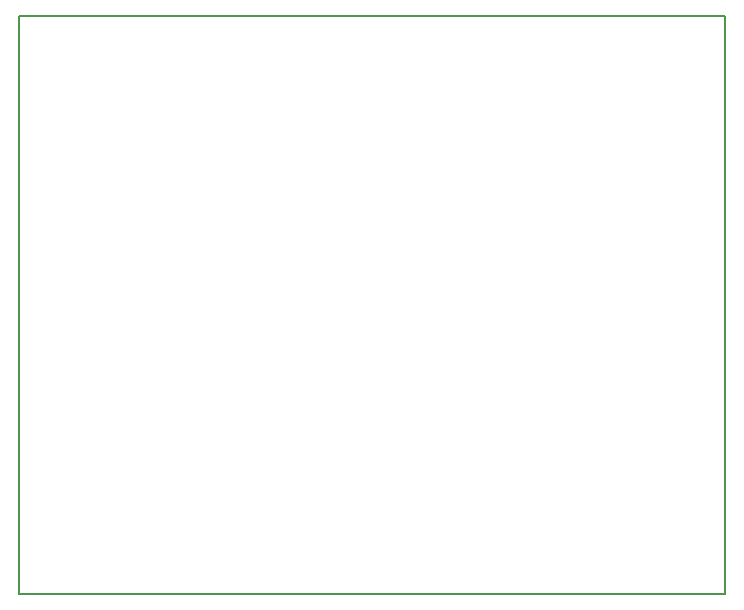
<source format=gm1>
G04 MADE WITH FRITZING*
G04 WWW.FRITZING.ORG*
G04 DOUBLE SIDED*
G04 HOLES PLATED*
G04 CONTOUR ON CENTER OF CONTOUR VECTOR*
%ASAXBY*%
%FSLAX23Y23*%
%MOIN*%
%OFA0B0*%
%SFA1.0B1.0*%
%ADD10R,2.363210X1.936760*%
%ADD11C,0.008000*%
%ADD10C,0.008*%
%LNCONTOUR*%
G90*
G70*
G54D10*
G54D11*
X4Y1933D02*
X2359Y1933D01*
X2359Y4D01*
X4Y4D01*
X4Y1933D01*
D02*
G04 End of contour*
M02*
</source>
